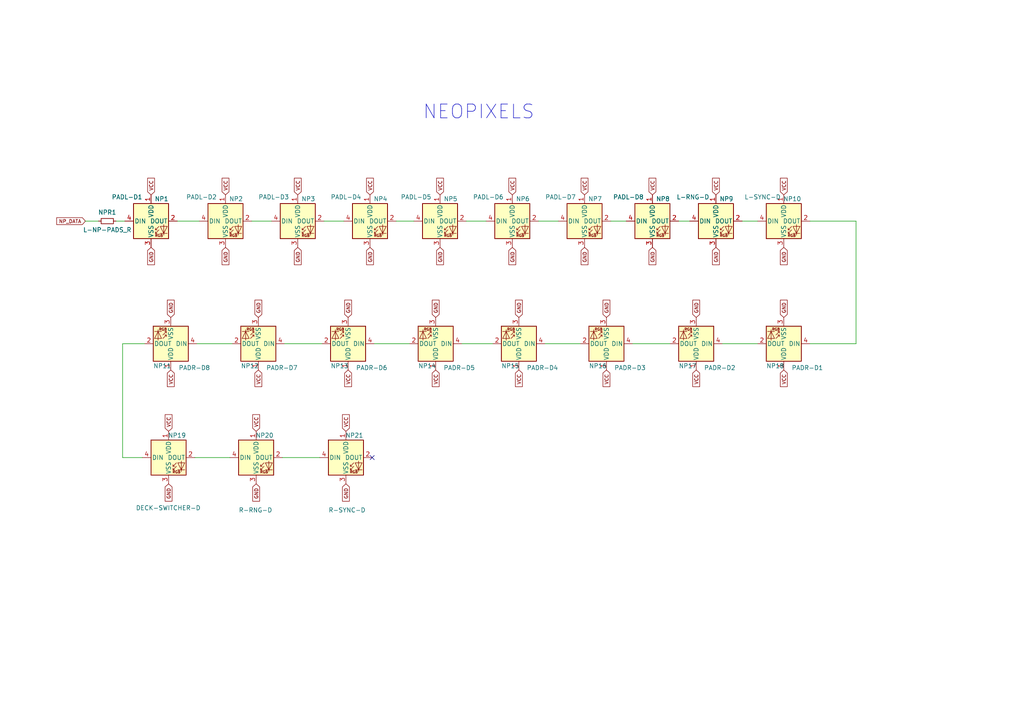
<source format=kicad_sch>
(kicad_sch (version 20210615) (generator eeschema)
  (paper "A4")
  (lib_symbols
    (symbol "Device:R_Small" (pin_numbers hide) (pin_names (offset 0.254) hide)
      (property "Reference" "R" (at 0.762 0.508 0))
      (property "Value" "R_Small" (at 0.762 -1.016 0))
      (symbol "R_Small_0_1"
        (rectangle (start -0.762 1.778) (end 0.762 -1.778) (stroke (width 0.2032)))
      )
      (symbol "R_Small_1_1"
        (pin passive line (at 0 2.54 270) (length 0.762) (name "~") (number "1"))
        (pin passive line (at 0 -2.54 90) (length 0.762) (name "~") (number "2"))
      )
    )
    (symbol "mixduino-mk2:WS2812B" (pin_names (offset 0.254))
      (property "Reference" "NP" (at 5.08 5.715 0))
      (property "Value" "WS2812B" (at 1.27 -5.715 0))
      (symbol "WS2812B_0_0"
        (text "RGB" (at 2.286 -4.191 0) (effects (font (size 0.762 0.762))))
      )
      (symbol "WS2812B_0_1"
        (rectangle (start 5.08 5.08) (end -5.08 -5.08) (stroke (width 0.254)) (fill (type background)))
        (polyline (pts (xy 1.27 -3.556) (xy 1.778 -3.556)))
        (polyline (pts (xy 1.27 -2.54) (xy 1.778 -2.54)))
        (polyline (pts (xy 4.699 -3.556) (xy 2.667 -3.556)))
        (polyline (pts (xy 2.286 -2.54) (xy 1.27 -3.556) (xy 1.27 -3.048)))
        (polyline (pts (xy 2.286 -1.524) (xy 1.27 -2.54) (xy 1.27 -2.032)))
        (polyline (pts (xy 3.683 -1.016) (xy 3.683 -3.556) (xy 3.683 -4.064)))
        (polyline (pts (xy 4.699 -1.524) (xy 2.667 -1.524) (xy 3.683 -3.556) (xy 4.699 -1.524)))
      )
      (symbol "WS2812B_1_1"
        (pin power_in line (at 0 7.62 270) (length 2.54) (name "VDD") (number "1"))
        (pin output line (at 7.62 0 180) (length 2.54) (name "DOUT") (number "2"))
        (pin power_in line (at 0 -7.62 90) (length 2.54) (name "VSS") (number "3"))
        (pin input line (at -7.62 0 0) (length 2.54) (name "DIN") (number "4"))
      )
    )
  )
  (no_connect (at 107.95 132.715))
  (wire (pts (xy 24.765 64.135) (xy 28.575 64.135)))
  (wire (pts (xy 33.655 64.135) (xy 36.195 64.135)))
  (wire (pts (xy 35.56 99.695) (xy 35.56 132.715)))
  (wire (pts (xy 35.56 132.715) (xy 41.275 132.715)))
  (wire (pts (xy 41.91 99.695) (xy 35.56 99.695)))
  (wire (pts (xy 51.435 64.135) (xy 57.785 64.135)))
  (wire (pts (xy 57.15 99.695) (xy 67.31 99.695)))
  (wire (pts (xy 66.675 132.715) (xy 56.515 132.715)))
  (wire (pts (xy 73.025 64.135) (xy 78.74 64.135)))
  (wire (pts (xy 82.55 99.695) (xy 93.345 99.695)))
  (wire (pts (xy 92.71 132.715) (xy 81.915 132.715)))
  (wire (pts (xy 93.98 64.135) (xy 99.695 64.135)))
  (wire (pts (xy 108.585 99.695) (xy 118.745 99.695)))
  (wire (pts (xy 114.935 64.135) (xy 120.015 64.135)))
  (wire (pts (xy 133.985 99.695) (xy 142.875 99.695)))
  (wire (pts (xy 135.255 64.135) (xy 140.97 64.135)))
  (wire (pts (xy 156.21 64.135) (xy 161.925 64.135)))
  (wire (pts (xy 158.115 99.695) (xy 168.275 99.695)))
  (wire (pts (xy 177.165 64.135) (xy 181.61 64.135)))
  (wire (pts (xy 183.515 99.695) (xy 194.31 99.695)))
  (wire (pts (xy 196.85 64.135) (xy 200.025 64.135)))
  (wire (pts (xy 209.55 99.695) (xy 219.71 99.695)))
  (wire (pts (xy 215.265 64.135) (xy 219.71 64.135)))
  (wire (pts (xy 234.95 64.135) (xy 248.285 64.135)))
  (wire (pts (xy 248.285 64.135) (xy 248.285 99.695)))
  (wire (pts (xy 248.285 99.695) (xy 234.95 99.695)))
  (text "NEOPIXELS" (at 122.555 34.925 0) (effects (font (size 4 4)) (justify left bottom)))
  (global_label "NP_DATA" (shape input) (at 24.765 64.135 180) (effects (font (size 1.016 1.016))) (property "Intersheet References" "${INTERSHEET_REFS}" (effects hide)))
  (global_label "VCC" (shape input) (at 43.815 56.515 90) (effects (font (size 1.016 1.016))) (property "Intersheet References" "${INTERSHEET_REFS}" (effects hide)))
  (global_label "GND" (shape input) (at 43.815 71.755 270) (effects (font (size 1.016 1.016))) (property "Intersheet References" "${INTERSHEET_REFS}" (effects hide)))
  (global_label "VCC" (shape input) (at 48.895 125.095 90) (effects (font (size 1.016 1.016))) (property "Intersheet References" "${INTERSHEET_REFS}" (effects hide)))
  (global_label "GND" (shape input) (at 48.895 140.335 270) (effects (font (size 1.016 1.016))) (property "Intersheet References" "${INTERSHEET_REFS}" (effects hide)))
  (global_label "GND" (shape input) (at 49.53 92.075 90) (effects (font (size 1.016 1.016))) (property "Intersheet References" "${INTERSHEET_REFS}" (effects hide)))
  (global_label "VCC" (shape input) (at 49.53 107.315 270) (effects (font (size 1.016 1.016))) (property "Intersheet References" "${INTERSHEET_REFS}" (effects hide)))
  (global_label "VCC" (shape input) (at 65.405 56.515 90) (effects (font (size 1.016 1.016))) (property "Intersheet References" "${INTERSHEET_REFS}" (effects hide)))
  (global_label "GND" (shape input) (at 65.405 71.755 270) (effects (font (size 1.016 1.016))) (property "Intersheet References" "${INTERSHEET_REFS}" (effects hide)))
  (global_label "VCC" (shape input) (at 74.295 125.095 90) (effects (font (size 1.016 1.016))) (property "Intersheet References" "${INTERSHEET_REFS}" (effects hide)))
  (global_label "GND" (shape input) (at 74.295 140.335 270) (effects (font (size 1.016 1.016))) (property "Intersheet References" "${INTERSHEET_REFS}" (effects hide)))
  (global_label "GND" (shape input) (at 74.93 92.075 90) (effects (font (size 1.016 1.016))) (property "Intersheet References" "${INTERSHEET_REFS}" (effects hide)))
  (global_label "VCC" (shape input) (at 74.93 107.315 270) (effects (font (size 1.016 1.016))) (property "Intersheet References" "${INTERSHEET_REFS}" (effects hide)))
  (global_label "VCC" (shape input) (at 86.36 56.515 90) (effects (font (size 1.016 1.016))) (property "Intersheet References" "${INTERSHEET_REFS}" (effects hide)))
  (global_label "GND" (shape input) (at 86.36 71.755 270) (effects (font (size 1.016 1.016))) (property "Intersheet References" "${INTERSHEET_REFS}" (effects hide)))
  (global_label "VCC" (shape input) (at 100.33 125.095 90) (effects (font (size 1.016 1.016))) (property "Intersheet References" "${INTERSHEET_REFS}" (effects hide)))
  (global_label "GND" (shape input) (at 100.33 140.335 270) (effects (font (size 1.016 1.016))) (property "Intersheet References" "${INTERSHEET_REFS}" (effects hide)))
  (global_label "GND" (shape input) (at 100.965 92.075 90) (effects (font (size 1.016 1.016))) (property "Intersheet References" "${INTERSHEET_REFS}" (effects hide)))
  (global_label "VCC" (shape input) (at 100.965 107.315 270) (effects (font (size 1.016 1.016))) (property "Intersheet References" "${INTERSHEET_REFS}" (effects hide)))
  (global_label "VCC" (shape input) (at 107.315 56.515 90) (effects (font (size 1.016 1.016))) (property "Intersheet References" "${INTERSHEET_REFS}" (effects hide)))
  (global_label "GND" (shape input) (at 107.315 71.755 270) (effects (font (size 1.016 1.016))) (property "Intersheet References" "${INTERSHEET_REFS}" (effects hide)))
  (global_label "GND" (shape input) (at 126.365 92.075 90) (effects (font (size 1.016 1.016))) (property "Intersheet References" "${INTERSHEET_REFS}" (effects hide)))
  (global_label "VCC" (shape input) (at 126.365 107.315 270) (effects (font (size 1.016 1.016))) (property "Intersheet References" "${INTERSHEET_REFS}" (effects hide)))
  (global_label "VCC" (shape input) (at 127.635 56.515 90) (effects (font (size 1.016 1.016))) (property "Intersheet References" "${INTERSHEET_REFS}" (effects hide)))
  (global_label "GND" (shape input) (at 127.635 71.755 270) (effects (font (size 1.016 1.016))) (property "Intersheet References" "${INTERSHEET_REFS}" (effects hide)))
  (global_label "VCC" (shape input) (at 148.59 56.515 90) (effects (font (size 1.016 1.016))) (property "Intersheet References" "${INTERSHEET_REFS}" (effects hide)))
  (global_label "GND" (shape input) (at 148.59 71.755 270) (effects (font (size 1.016 1.016))) (property "Intersheet References" "${INTERSHEET_REFS}" (effects hide)))
  (global_label "GND" (shape input) (at 150.495 92.075 90) (effects (font (size 1.016 1.016))) (property "Intersheet References" "${INTERSHEET_REFS}" (effects hide)))
  (global_label "VCC" (shape input) (at 150.495 107.315 270) (effects (font (size 1.016 1.016))) (property "Intersheet References" "${INTERSHEET_REFS}" (effects hide)))
  (global_label "VCC" (shape input) (at 169.545 56.515 90) (effects (font (size 1.016 1.016))) (property "Intersheet References" "${INTERSHEET_REFS}" (effects hide)))
  (global_label "GND" (shape input) (at 169.545 71.755 270) (effects (font (size 1.016 1.016))) (property "Intersheet References" "${INTERSHEET_REFS}" (effects hide)))
  (global_label "GND" (shape input) (at 175.895 92.075 90) (effects (font (size 1.016 1.016))) (property "Intersheet References" "${INTERSHEET_REFS}" (effects hide)))
  (global_label "VCC" (shape input) (at 175.895 107.315 270) (effects (font (size 1.016 1.016))) (property "Intersheet References" "${INTERSHEET_REFS}" (effects hide)))
  (global_label "VCC" (shape input) (at 189.23 56.515 90) (effects (font (size 1.016 1.016))) (property "Intersheet References" "${INTERSHEET_REFS}" (effects hide)))
  (global_label "GND" (shape input) (at 189.23 71.755 270) (effects (font (size 1.016 1.016))) (property "Intersheet References" "${INTERSHEET_REFS}" (effects hide)))
  (global_label "GND" (shape input) (at 201.93 92.075 90) (effects (font (size 1.016 1.016))) (property "Intersheet References" "${INTERSHEET_REFS}" (effects hide)))
  (global_label "VCC" (shape input) (at 201.93 107.315 270) (effects (font (size 1.016 1.016))) (property "Intersheet References" "${INTERSHEET_REFS}" (effects hide)))
  (global_label "VCC" (shape input) (at 207.645 56.515 90) (effects (font (size 1.016 1.016))) (property "Intersheet References" "${INTERSHEET_REFS}" (effects hide)))
  (global_label "GND" (shape input) (at 207.645 71.755 270) (effects (font (size 1.016 1.016))) (property "Intersheet References" "${INTERSHEET_REFS}" (effects hide)))
  (global_label "VCC" (shape input) (at 227.33 56.515 90) (effects (font (size 1.016 1.016))) (property "Intersheet References" "${INTERSHEET_REFS}" (effects hide)))
  (global_label "GND" (shape input) (at 227.33 71.755 270) (effects (font (size 1.016 1.016))) (property "Intersheet References" "${INTERSHEET_REFS}" (effects hide)))
  (global_label "GND" (shape input) (at 227.33 92.075 90) (effects (font (size 1.016 1.016))) (property "Intersheet References" "${INTERSHEET_REFS}" (effects hide)))
  (global_label "VCC" (shape input) (at 227.33 107.315 270) (effects (font (size 1.016 1.016))) (property "Intersheet References" "${INTERSHEET_REFS}" (effects hide)))
  (symbol (lib_id "Device:R_Small") (at 31.115 64.135 90) (unit 1)
    (property "Reference" "NPR1" (at 31.115 61.595 90))
    (property "Value" "L-NP-PADS_R" (at 31.115 66.675 90))
    (property "Footprint" "Resistor_SMD:R_1206_3216Metric_Pad1.30x1.75mm_HandSolder" (effects hide))
  )
  (symbol (lib_id "mixduino-mk2:WS2812B") (at 43.815 64.135 0) (unit 1)
    (property "Reference" "NP1" (at 48.895 58.42 0) (effects (justify right bottom)))
    (property "Value" "PADL-D1" (at 32.385 57.1499 0) (effects (justify left)))
    (property "Footprint" "LED_SMD:LED_WS2812B_PLCC4_5.0x5.0mm_P3.2mm" (effects hide))
    (property "Datasheet" "https://cdn-shop.adafruit.com/datasheets/WS2812B.pdf" (effects hide))
  )
  (symbol (lib_id "mixduino-mk2:WS2812B") (at 48.895 132.715 0) (unit 1)
    (property "Reference" "NP19" (at 53.975 127 0) (effects (justify right bottom)))
    (property "Value" "DECK-SWITCHER-D" (at 39.37 147.3199 0) (effects (justify left)))
    (property "Footprint" "LED_SMD:LED_WS2812B_PLCC4_5.0x5.0mm_P3.2mm" (effects hide))
    (property "Datasheet" "https://cdn-shop.adafruit.com/datasheets/WS2812B.pdf" (effects hide))
  )
  (symbol (lib_id "mixduino-mk2:WS2812B") (at 49.53 99.695 180) (unit 1)
    (property "Reference" "NP11" (at 44.45 105.41 0) (effects (justify right bottom)))
    (property "Value" "PADR-D8" (at 60.96 106.6801 0) (effects (justify left)))
    (property "Footprint" "LED_SMD:LED_WS2812B_PLCC4_5.0x5.0mm_P3.2mm" (effects hide))
    (property "Datasheet" "https://cdn-shop.adafruit.com/datasheets/WS2812B.pdf" (effects hide))
  )
  (symbol (lib_id "mixduino-mk2:WS2812B") (at 65.405 64.135 0) (unit 1)
    (property "Reference" "NP2" (at 70.485 58.42 0) (effects (justify right bottom)))
    (property "Value" "PADL-D2" (at 53.975 57.1499 0) (effects (justify left)))
    (property "Footprint" "LED_SMD:LED_WS2812B_PLCC4_5.0x5.0mm_P3.2mm" (effects hide))
    (property "Datasheet" "https://cdn-shop.adafruit.com/datasheets/WS2812B.pdf" (effects hide))
  )
  (symbol (lib_id "mixduino-mk2:WS2812B") (at 74.295 132.715 0) (unit 1)
    (property "Reference" "NP20" (at 79.375 127 0) (effects (justify right bottom)))
    (property "Value" "R-RNG-D" (at 69.215 147.9549 0) (effects (justify left)))
    (property "Footprint" "LED_SMD:LED_WS2812B_PLCC4_5.0x5.0mm_P3.2mm" (effects hide))
    (property "Datasheet" "https://cdn-shop.adafruit.com/datasheets/WS2812B.pdf" (effects hide))
  )
  (symbol (lib_id "mixduino-mk2:WS2812B") (at 74.93 99.695 180) (unit 1)
    (property "Reference" "NP12" (at 69.85 105.41 0) (effects (justify right bottom)))
    (property "Value" "PADR-D7" (at 86.36 106.6801 0) (effects (justify left)))
    (property "Footprint" "LED_SMD:LED_WS2812B_PLCC4_5.0x5.0mm_P3.2mm" (effects hide))
    (property "Datasheet" "https://cdn-shop.adafruit.com/datasheets/WS2812B.pdf" (effects hide))
  )
  (symbol (lib_id "mixduino-mk2:WS2812B") (at 86.36 64.135 0) (unit 1)
    (property "Reference" "NP3" (at 91.44 58.42 0) (effects (justify right bottom)))
    (property "Value" "PADL-D3" (at 74.93 57.1499 0) (effects (justify left)))
    (property "Footprint" "LED_SMD:LED_WS2812B_PLCC4_5.0x5.0mm_P3.2mm" (effects hide))
    (property "Datasheet" "https://cdn-shop.adafruit.com/datasheets/WS2812B.pdf" (effects hide))
  )
  (symbol (lib_id "mixduino-mk2:WS2812B") (at 100.33 132.715 0) (unit 1)
    (property "Reference" "NP21" (at 105.41 127 0) (effects (justify right bottom)))
    (property "Value" "R-SYNC-D" (at 95.25 147.9549 0) (effects (justify left)))
    (property "Footprint" "LED_SMD:LED_WS2812B_PLCC4_5.0x5.0mm_P3.2mm" (effects hide))
    (property "Datasheet" "https://cdn-shop.adafruit.com/datasheets/WS2812B.pdf" (effects hide))
  )
  (symbol (lib_id "mixduino-mk2:WS2812B") (at 100.965 99.695 180) (unit 1)
    (property "Reference" "NP13" (at 95.885 105.41 0) (effects (justify right bottom)))
    (property "Value" "PADR-D6" (at 112.395 106.6801 0) (effects (justify left)))
    (property "Footprint" "LED_SMD:LED_WS2812B_PLCC4_5.0x5.0mm_P3.2mm" (effects hide))
    (property "Datasheet" "https://cdn-shop.adafruit.com/datasheets/WS2812B.pdf" (effects hide))
  )
  (symbol (lib_id "mixduino-mk2:WS2812B") (at 107.315 64.135 0) (unit 1)
    (property "Reference" "NP4" (at 112.395 58.42 0) (effects (justify right bottom)))
    (property "Value" "PADL-D4" (at 95.885 57.1499 0) (effects (justify left)))
    (property "Footprint" "LED_SMD:LED_WS2812B_PLCC4_5.0x5.0mm_P3.2mm" (effects hide))
    (property "Datasheet" "https://cdn-shop.adafruit.com/datasheets/WS2812B.pdf" (effects hide))
  )
  (symbol (lib_id "mixduino-mk2:WS2812B") (at 126.365 99.695 180) (unit 1)
    (property "Reference" "NP14" (at 121.285 105.41 0) (effects (justify right bottom)))
    (property "Value" "PADR-D5" (at 137.795 106.6801 0) (effects (justify left)))
    (property "Footprint" "LED_SMD:LED_WS2812B_PLCC4_5.0x5.0mm_P3.2mm" (effects hide))
    (property "Datasheet" "https://cdn-shop.adafruit.com/datasheets/WS2812B.pdf" (effects hide))
  )
  (symbol (lib_id "mixduino-mk2:WS2812B") (at 127.635 64.135 0) (unit 1)
    (property "Reference" "NP5" (at 132.715 58.42 0) (effects (justify right bottom)))
    (property "Value" "PADL-D5" (at 116.205 57.1499 0) (effects (justify left)))
    (property "Footprint" "LED_SMD:LED_WS2812B_PLCC4_5.0x5.0mm_P3.2mm" (effects hide))
    (property "Datasheet" "https://cdn-shop.adafruit.com/datasheets/WS2812B.pdf" (effects hide))
  )
  (symbol (lib_id "mixduino-mk2:WS2812B") (at 148.59 64.135 0) (unit 1)
    (property "Reference" "NP6" (at 153.67 58.42 0) (effects (justify right bottom)))
    (property "Value" "PADL-D6" (at 137.16 57.1499 0) (effects (justify left)))
    (property "Footprint" "LED_SMD:LED_WS2812B_PLCC4_5.0x5.0mm_P3.2mm" (effects hide))
    (property "Datasheet" "https://cdn-shop.adafruit.com/datasheets/WS2812B.pdf" (effects hide))
  )
  (symbol (lib_id "mixduino-mk2:WS2812B") (at 150.495 99.695 180) (unit 1)
    (property "Reference" "NP15" (at 145.415 105.41 0) (effects (justify right bottom)))
    (property "Value" "PADR-D4" (at 161.925 106.6801 0) (effects (justify left)))
    (property "Footprint" "LED_SMD:LED_WS2812B_PLCC4_5.0x5.0mm_P3.2mm" (effects hide))
    (property "Datasheet" "https://cdn-shop.adafruit.com/datasheets/WS2812B.pdf" (effects hide))
  )
  (symbol (lib_id "mixduino-mk2:WS2812B") (at 169.545 64.135 0) (unit 1)
    (property "Reference" "NP7" (at 174.625 58.42 0) (effects (justify right bottom)))
    (property "Value" "PADL-D7" (at 158.115 57.1499 0) (effects (justify left)))
    (property "Footprint" "LED_SMD:LED_WS2812B_PLCC4_5.0x5.0mm_P3.2mm" (effects hide))
    (property "Datasheet" "https://cdn-shop.adafruit.com/datasheets/WS2812B.pdf" (effects hide))
  )
  (symbol (lib_id "mixduino-mk2:WS2812B") (at 175.895 99.695 180) (unit 1)
    (property "Reference" "NP16" (at 170.815 105.41 0) (effects (justify right bottom)))
    (property "Value" "PADR-D3" (at 187.325 106.6801 0) (effects (justify left)))
    (property "Footprint" "LED_SMD:LED_WS2812B_PLCC4_5.0x5.0mm_P3.2mm" (effects hide))
    (property "Datasheet" "https://cdn-shop.adafruit.com/datasheets/WS2812B.pdf" (effects hide))
  )
  (symbol (lib_id "mixduino-mk2:WS2812B") (at 189.23 64.135 0) (unit 1)
    (property "Reference" "NP8" (at 194.31 58.42 0) (effects (justify right bottom)))
    (property "Value" "PADL-D8" (at 177.8 57.1499 0) (effects (justify left)))
    (property "Footprint" "LED_SMD:LED_WS2812B_PLCC4_5.0x5.0mm_P3.2mm" (effects hide))
    (property "Datasheet" "https://cdn-shop.adafruit.com/datasheets/WS2812B.pdf" (effects hide))
  )
  (symbol (lib_id "mixduino-mk2:WS2812B") (at 201.93 99.695 180) (unit 1)
    (property "Reference" "NP17" (at 196.85 105.41 0) (effects (justify right bottom)))
    (property "Value" "PADR-D2" (at 213.36 106.6801 0) (effects (justify left)))
    (property "Footprint" "LED_SMD:LED_WS2812B_PLCC4_5.0x5.0mm_P3.2mm" (effects hide))
    (property "Datasheet" "https://cdn-shop.adafruit.com/datasheets/WS2812B.pdf" (effects hide))
  )
  (symbol (lib_id "mixduino-mk2:WS2812B") (at 207.645 64.135 0) (unit 1)
    (property "Reference" "NP9" (at 212.725 58.42 0) (effects (justify right bottom)))
    (property "Value" "L-RNG-D" (at 196.215 57.1499 0) (effects (justify left)))
    (property "Footprint" "LED_SMD:LED_WS2812B_PLCC4_5.0x5.0mm_P3.2mm" (effects hide))
    (property "Datasheet" "https://cdn-shop.adafruit.com/datasheets/WS2812B.pdf" (effects hide))
  )
  (symbol (lib_id "mixduino-mk2:WS2812B") (at 227.33 64.135 0) (unit 1)
    (property "Reference" "NP10" (at 232.41 58.42 0) (effects (justify right bottom)))
    (property "Value" "L-SYNC-D" (at 215.9 57.1499 0) (effects (justify left)))
    (property "Footprint" "LED_SMD:LED_WS2812B_PLCC4_5.0x5.0mm_P3.2mm" (effects hide))
    (property "Datasheet" "https://cdn-shop.adafruit.com/datasheets/WS2812B.pdf" (effects hide))
  )
  (symbol (lib_id "mixduino-mk2:WS2812B") (at 227.33 99.695 180) (unit 1)
    (property "Reference" "NP18" (at 222.25 105.41 0) (effects (justify right bottom)))
    (property "Value" "PADR-D1" (at 238.76 106.6801 0) (effects (justify left)))
    (property "Footprint" "LED_SMD:LED_WS2812B_PLCC4_5.0x5.0mm_P3.2mm" (effects hide))
    (property "Datasheet" "https://cdn-shop.adafruit.com/datasheets/WS2812B.pdf" (effects hide))
  )
)
</source>
